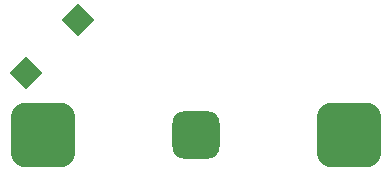
<source format=gbs>
%TF.GenerationSoftware,KiCad,Pcbnew,(6.0.0)*%
%TF.CreationDate,2022-05-29T15:36:19+02:00*%
%TF.ProjectId,LED_flasher,4c45445f-666c-4617-9368-65722e6b6963,rev?*%
%TF.SameCoordinates,Original*%
%TF.FileFunction,Soldermask,Bot*%
%TF.FilePolarity,Negative*%
%FSLAX46Y46*%
G04 Gerber Fmt 4.6, Leading zero omitted, Abs format (unit mm)*
G04 Created by KiCad (PCBNEW (6.0.0)) date 2022-05-29 15:36:19*
%MOMM*%
%LPD*%
G01*
G04 APERTURE LIST*
G04 Aperture macros list*
%AMRoundRect*
0 Rectangle with rounded corners*
0 $1 Rounding radius*
0 $2 $3 $4 $5 $6 $7 $8 $9 X,Y pos of 4 corners*
0 Add a 4 corners polygon primitive as box body*
4,1,4,$2,$3,$4,$5,$6,$7,$8,$9,$2,$3,0*
0 Add four circle primitives for the rounded corners*
1,1,$1+$1,$2,$3*
1,1,$1+$1,$4,$5*
1,1,$1+$1,$6,$7*
1,1,$1+$1,$8,$9*
0 Add four rect primitives between the rounded corners*
20,1,$1+$1,$2,$3,$4,$5,0*
20,1,$1+$1,$4,$5,$6,$7,0*
20,1,$1+$1,$6,$7,$8,$9,0*
20,1,$1+$1,$8,$9,$2,$3,0*%
%AMRotRect*
0 Rectangle, with rotation*
0 The origin of the aperture is its center*
0 $1 length*
0 $2 width*
0 $3 Rotation angle, in degrees counterclockwise*
0 Add horizontal line*
21,1,$1,$2,0,0,$3*%
G04 Aperture macros list end*
%ADD10RotRect,2.000000X2.000000X225.000000*%
%ADD11RoundRect,1.375000X1.375000X1.375000X-1.375000X1.375000X-1.375000X-1.375000X1.375000X-1.375000X0*%
%ADD12RoundRect,1.000000X1.000000X1.000000X-1.000000X1.000000X-1.000000X-1.000000X1.000000X-1.000000X0*%
G04 APERTURE END LIST*
D10*
%TO.C,SW1*%
X45936320Y-36486680D03*
X41516903Y-40906097D03*
%TD*%
D11*
%TO.C,BT1*%
X42930000Y-46228000D03*
X68830000Y-46228000D03*
D12*
X55880000Y-46228000D03*
%TD*%
M02*

</source>
